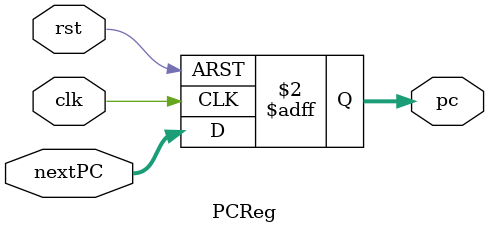
<source format=v>
module PCReg(
    input  wire        clk,
    input  wire        rst,
    input  wire [4:0]  nextPC,
    output reg  [4:0]  pc
);
    always @(posedge clk or posedge rst) begin
        if (rst) pc <= 5'd0;
        else pc <= nextPC;
    end
endmodule

</source>
